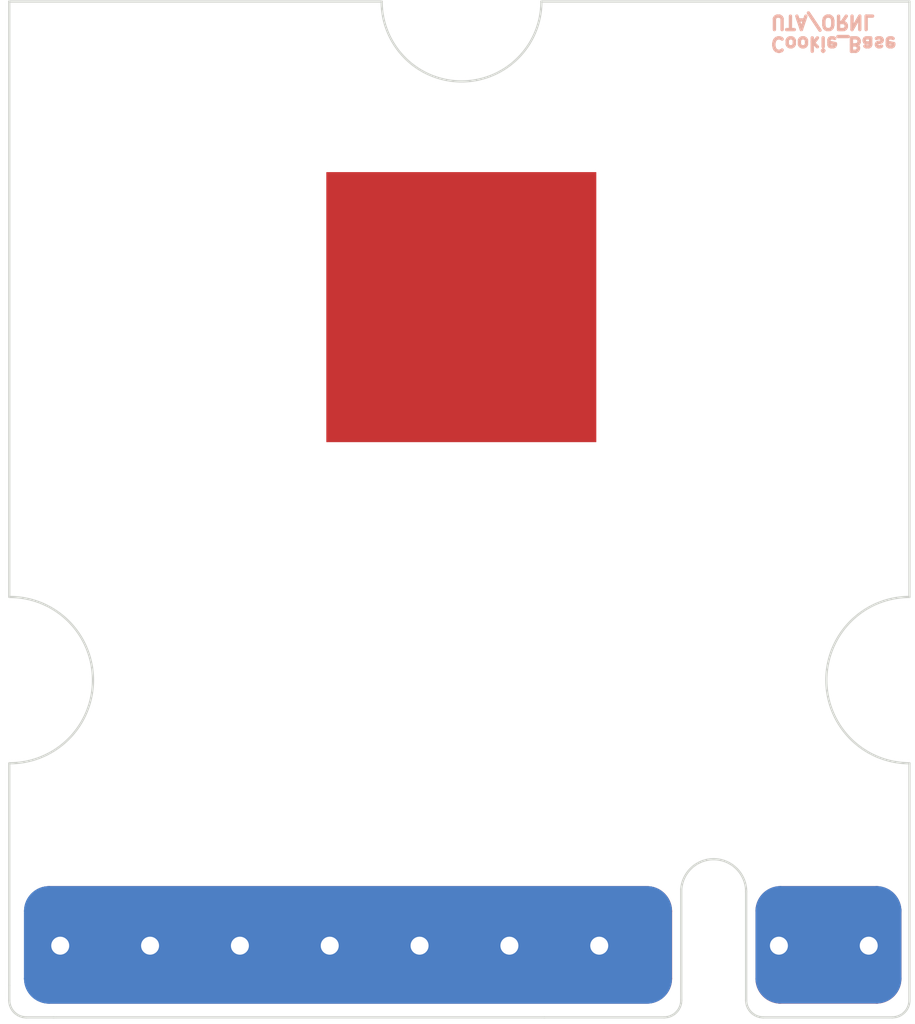
<source format=kicad_pcb>
(kicad_pcb (version 20221018) (generator pcbnew)

  (general
    (thickness 1.6)
  )

  (paper "A4")
  (layers
    (0 "F.Cu" signal)
    (31 "B.Cu" signal)
    (32 "B.Adhes" user "B.Adhesive")
    (33 "F.Adhes" user "F.Adhesive")
    (34 "B.Paste" user)
    (35 "F.Paste" user)
    (36 "B.SilkS" user "B.Silkscreen")
    (37 "F.SilkS" user "F.Silkscreen")
    (38 "B.Mask" user)
    (39 "F.Mask" user)
    (40 "Dwgs.User" user "User.Drawings")
    (41 "Cmts.User" user "User.Comments")
    (42 "Eco1.User" user "User.Eco1")
    (43 "Eco2.User" user "User.Eco2")
    (44 "Edge.Cuts" user)
    (45 "Margin" user)
    (46 "B.CrtYd" user "B.Courtyard")
    (47 "F.CrtYd" user "F.Courtyard")
    (48 "B.Fab" user)
    (49 "F.Fab" user)
    (50 "User.1" user)
    (51 "User.2" user)
    (52 "User.3" user)
    (53 "User.4" user)
    (54 "User.5" user)
    (55 "User.6" user)
    (56 "User.7" user)
    (57 "User.8" user)
    (58 "User.9" user)
  )

  (setup
    (pad_to_mask_clearance 0)
    (pcbplotparams
      (layerselection 0x00010fc_ffffffff)
      (plot_on_all_layers_selection 0x0000000_00000000)
      (disableapertmacros false)
      (usegerberextensions false)
      (usegerberattributes true)
      (usegerberadvancedattributes true)
      (creategerberjobfile true)
      (dashed_line_dash_ratio 12.000000)
      (dashed_line_gap_ratio 3.000000)
      (svgprecision 6)
      (plotframeref false)
      (viasonmask false)
      (mode 1)
      (useauxorigin false)
      (hpglpennumber 1)
      (hpglpenspeed 20)
      (hpglpendiameter 15.000000)
      (dxfpolygonmode true)
      (dxfimperialunits true)
      (dxfusepcbnewfont true)
      (psnegative false)
      (psa4output false)
      (plotreference true)
      (plotvalue true)
      (plotinvisibletext false)
      (sketchpadsonfab false)
      (subtractmaskfromsilk false)
      (outputformat 1)
      (mirror false)
      (drillshape 0)
      (scaleselection 1)
      (outputdirectory "")
    )
  )

  (net 0 "")

  (gr_arc (start 26.83504 32.235) (mid 27.194224 32.383804) (end 27.34304 32.743)
    (stroke (width 0.1) (type solid)) (layer "F.Cu") (tstamp 0919aed7-24d7-441f-8ff2-bf9e7baddbd2))
  (gr_poly
    (pts
      (xy 32.04204 32.3112)
      (xy 32.29604 32.4128)
      (xy 32.35954 32.5525)
      (xy 32.44844 32.7176)
      (xy 32.44844 34.2416)
      (xy 32.37224 34.3305)
      (xy 32.29604 34.5083)
      (xy 32.16904 34.6353)
      (xy 31.96584 34.7496)
      (xy 29.76874 34.7496)
      (xy 29.73064 34.6988)
      (xy 29.60364 34.648)
      (xy 29.47664 34.5718)
      (xy 29.37504 34.4194)
      (xy 29.29884 34.267)
      (xy 29.29884 32.7049)
      (xy 29.37504 32.6287)
      (xy 29.46394 32.4763)
      (xy 29.60364 32.362)
      (xy 29.80684 32.235)
      (xy 30.17514 32.235)
      (xy 30.56884 32.235)
      (xy 31.95314 32.235)
    )

    (stroke (width 0.1) (type solid)) (fill solid) (layer "F.Cu") (tstamp 16c8d9b5-970e-4b53-8a6a-ce5a44d4cec4))
  (gr_arc (start 13.01744 32.743) (mid 13.166232 32.383804) (end 13.52544 32.235)
    (stroke (width 0.1) (type solid)) (layer "F.Cu") (tstamp 233a0158-a73b-4d09-8912-e3e4ebea4f50))
  (gr_poly
    (pts
      (xy 27.34304 34.2416)
      (xy 13.27144 33.505)
      (xy 13.52544 32.9462)
      (xy 27.34304 32.743)
    )

    (stroke (width 0.1) (type solid)) (fill solid) (layer "F.Cu") (tstamp 4419345f-c5cf-4017-97ed-5ca9c4b954c5))
  (gr_arc (start 13.52544 34.7496) (mid 13.166204 34.600824) (end 13.01744 34.2416)
    (stroke (width 0.1) (type solid)) (layer "F.Cu") (tstamp 5a17090f-ff16-44db-bc27-0137f18ae54c))
  (gr_poly
    (pts
      (xy 27.31764 34.2416)
      (xy 27.26684 34.3686)
      (xy 27.11444 34.5972)
      (xy 26.83504 34.7242)
      (xy 13.52544 34.7242)
      (xy 13.34764 34.6734)
      (xy 13.16984 34.521)
      (xy 13.01744 34.2416)
      (xy 13.52544 33.5812)
      (xy 14.43984 32.6414)
      (xy 21.45024 32.5144)
    )

    (stroke (width 0.1) (type solid)) (fill solid) (layer "F.Cu") (tstamp 7423c73a-0f4c-4900-be2e-be6985078c0d))
  (gr_poly
    (pts
      (xy 27.03824 32.3366)
      (xy 27.19064 32.4636)
      (xy 27.26684 32.5906)
      (xy 27.31764 32.743)
      (xy 24.67604 32.7176)
      (xy 13.01744 32.743)
      (xy 13.14444 32.489)
      (xy 13.32224 32.3366)
      (xy 13.44924 32.2858)
      (xy 13.52544 32.2604)
      (xy 26.83504 32.2604)
    )

    (stroke (width 0.1) (type solid)) (fill solid) (layer "F.Cu") (tstamp 7a18834c-64d7-404d-85fe-d8da0dc22056))
  (gr_poly
    (pts
      (xy 14.79544 32.7938)
      (xy 15.04944 34.267)
      (xy 14.89704 34.2162)
      (xy 13.01744 34.2416)
      (xy 13.01744 32.7684)
    )

    (stroke (width 0.1) (type solid)) (fill solid) (layer "F.Cu") (tstamp 925ac6c7-e2e4-43aa-b5af-7a6df8d306c7))
  (gr_arc (start 32.44844 34.2416) (mid 32.299653 34.600824) (end 31.94044 34.7496)
    (stroke (width 0.1) (type solid)) (layer "F.Cu") (tstamp 93849d5b-cc98-42e2-9280-00582b54394b))
  (gr_arc (start 29.29884 32.743) (mid 29.447632 32.383804) (end 29.80684 32.235)
    (stroke (width 0.1) (type solid)) (layer "F.Cu") (tstamp 975dcce3-e43e-4609-8c43-fedf1a287c78))
  (gr_arc (start 29.80684 34.7496) (mid 29.447604 34.600824) (end 29.29884 34.2416)
    (stroke (width 0.1) (type solid)) (layer "F.Cu") (tstamp b5c9c4d2-3bcb-48b0-bf63-714984c9f794))
  (gr_arc (start 31.94044 32.235) (mid 32.299624 32.383804) (end 32.44844 32.743)
    (stroke (width 0.1) (type solid)) (layer "F.Cu") (tstamp bb44dc2c-0edd-4334-9c0e-8b63600f57c0))
  (gr_rect (start 19.7 16.3) (end 25.7 22.3)
    (stroke (width 0.01) (type solid)) (fill solid) (layer "F.Cu") (tstamp bb9635a0-e64c-4601-940a-f78f5b5b2110))
  (gr_arc (start 27.34304 34.2416) (mid 27.194253 34.600824) (end 26.83504 34.7496)
    (stroke (width 0.1) (type solid)) (layer "F.Cu") (tstamp f810c8f7-f27a-419c-bf5b-d7015cb40a4d))
  (gr_poly
    (pts
      (xy 26.80964 34.7496)
      (xy 13.52544 34.7496)
      (xy 13.52544 32.235)
      (xy 26.80964 32.235)
    )

    (stroke (width 0.1) (type solid)) (fill solid) (layer "F.Cu") (tstamp f98c4e46-8cfc-4f73-9deb-ee5a68f91b74))
  (gr_arc (start 32.4488 34.2396) (mid 32.300018 34.598818) (end 31.9408 34.7476)
    (stroke (width 0.1) (type solid)) (layer "B.Cu") (tstamp 1b36c9d1-3cbf-4499-9cdc-88f4173a2424))
  (gr_poly
    (pts
      (xy 32.0424 32.3092)
      (xy 32.2964 32.4108)
      (xy 32.3599 32.5505)
      (xy 32.4488 32.7156)
      (xy 32.4488 34.2396)
      (xy 32.3726 34.3285)
      (xy 32.2964 34.5063)
      (xy 32.1694 34.6333)
      (xy 31.9662 34.7476)
      (xy 29.7691 34.7476)
      (xy 29.731 34.6968)
      (xy 29.604 34.646)
      (xy 29.477 34.5698)
      (xy 29.3754 34.4174)
      (xy 29.2992 34.265)
      (xy 29.2992 32.7029)
      (xy 29.3754 32.6267)
      (xy 29.4643 32.4743)
      (xy 29.604 32.36)
      (xy 29.8072 32.233)
      (xy 30.1755 32.233)
      (xy 30.5692 32.233)
      (xy 31.9535 32.233)
    )

    (stroke (width 0.1) (type solid)) (fill solid) (layer "B.Cu") (tstamp 1b84620d-37a3-4b75-bf74-a9f5060ec612))
  (gr_arc (start 13.014724 32.743379) (mid 13.163522 32.384177) (end 13.522724 32.235379)
    (stroke (width 0.1) (type solid)) (layer "B.Cu") (tstamp 2c0f44ac-23f8-4879-89f7-5586d3d70fda))
  (gr_arc (start 26.832324 32.235379) (mid 27.191534 32.384169) (end 27.340324 32.743379)
    (stroke (width 0.1) (type solid)) (layer "B.Cu") (tstamp 349a3230-fcb6-456c-bb7f-e816580d049d))
  (gr_poly
    (pts
      (xy 27.340324 34.241979)
      (xy 13.268724 33.505379)
      (xy 13.522724 32.946579)
      (xy 27.340324 32.743379)
    )

    (stroke (width 0.1) (type solid)) (fill solid) (layer "B.Cu") (tstamp 41d53856-42cc-4457-bebb-5741e63ee131))
  (gr_poly
    (pts
      (xy 26.806924 34.749979)
      (xy 13.522724 34.749979)
      (xy 13.522724 32.235379)
      (xy 26.806924 32.235379)
    )

    (stroke (width 0.1) (type solid)) (fill solid) (layer "B.Cu") (tstamp 541adec2-5a0e-4627-90b5-3e84f9ac6da0))
  (gr_arc (start 13.522724 34.749979) (mid 13.163493 34.60121) (end 13.014724 34.241979)
    (stroke (width 0.1) (type solid)) (layer "B.Cu") (tstamp 5563d328-4915-4d67-8076-f4c41cf56f05))
  (gr_arc (start 13.522724 34.749979) (mid 13.163494 34.601209) (end 13.014724 34.241979)
    (stroke (width 0.1) (type solid)) (layer "B.Cu") (tstamp 5d08cc9f-2208-4670-8c68-b408c546c11b))
  (gr_arc (start 13.014724 32.743379) (mid 13.163522 32.384177) (end 13.522724 32.235379)
    (stroke (width 0.1) (type solid)) (layer "B.Cu") (tstamp 69a55c76-6e63-4ab0-b52f-8f960d331967))
  (gr_poly
    (pts
      (xy 27.340324 34.241979)
      (xy 13.268724 33.505379)
      (xy 13.522724 32.946579)
      (xy 27.340324 32.743379)
    )

    (stroke (width 0.1) (type solid)) (fill solid) (layer "B.Cu") (tstamp 91b4d55d-7f9a-49d8-8e5d-8fc2edee4616))
  (gr_arc (start 26.832324 32.235379) (mid 27.191525 32.384178) (end 27.340324 32.743379)
    (stroke (width 0.1) (type solid)) (layer "B.Cu") (tstamp 9774bf9e-4a6e-45d0-984d-9ec3dc2c39f1))
  (gr_poly
    (pts
      (xy 14.792724 32.794179)
      (xy 15.046724 34.267379)
      (xy 14.894324 34.216579)
      (xy 13.014724 34.241979)
      (xy 13.014724 32.768779)
    )

    (stroke (width 0.1) (type solid)) (fill solid) (layer "B.Cu") (tstamp 9a16c278-9ae1-4836-a10b-8dfc81718bff))
  (gr_arc (start 29.2992 32.741) (mid 29.447998 32.381798) (end 29.8072 32.233)
    (stroke (width 0.1) (type solid)) (layer "B.Cu") (tstamp 9c81c703-656e-4e73-8e12-ff4f8c5dfcdc))
  (gr_poly
    (pts
      (xy 27.314924 34.241979)
      (xy 27.264124 34.368979)
      (xy 27.111724 34.597579)
      (xy 26.832324 34.724579)
      (xy 13.522724 34.724579)
      (xy 13.344924 34.673779)
      (xy 13.167124 34.521379)
      (xy 13.014724 34.241979)
      (xy 13.522724 33.581579)
      (xy 14.437124 32.641779)
      (xy 21.447524 32.514779)
    )

    (stroke (width 0.1) (type solid)) (fill solid) (layer "B.Cu") (tstamp ae9bb43a-9c9f-422f-bde4-b1bd54ec44fc))
  (gr_poly
    (pts
      (xy 27.314924 34.241979)
      (xy 27.264124 34.368979)
      (xy 27.111724 34.597579)
      (xy 26.832324 34.724579)
      (xy 13.522724 34.724579)
      (xy 13.344924 34.673779)
      (xy 13.167124 34.521379)
      (xy 13.014724 34.241979)
      (xy 13.522724 33.581579)
      (xy 14.437124 32.641779)
      (xy 21.447524 32.514779)
    )

    (stroke (width 0.1) (type solid)) (fill solid) (layer "B.Cu") (tstamp b7bd7bcc-ff43-49a2-a5d4-fc6032d13576))
  (gr_poly
    (pts
      (xy 27.035524 32.336979)
      (xy 27.187924 32.463979)
      (xy 27.264124 32.590979)
      (xy 27.314924 32.743379)
      (xy 24.673324 32.717979)
      (xy 13.014724 32.743379)
      (xy 13.141724 32.489379)
      (xy 13.319524 32.336979)
      (xy 13.446524 32.286179)
      (xy 13.522724 32.260779)
      (xy 26.832324 32.260779)
    )

    (stroke (width 0.1) (type solid)) (fill solid) (layer "B.Cu") (tstamp cac43ddd-fb5c-4e69-a822-e754751f110d))
  (gr_arc (start 27.340324 34.241979) (mid 27.191552 34.601207) (end 26.832324 34.749979)
    (stroke (width 0.1) (type solid)) (layer "B.Cu") (tstamp d140d5b0-a57f-46fa-a42d-9c2ff5e0d5ab))
  (gr_arc (start 27.340324 34.241979) (mid 27.191551 34.601206) (end 26.832324 34.749979)
    (stroke (width 0.1) (type solid)) (layer "B.Cu") (tstamp db376f8a-6879-445e-91e6-0290eb4b0fbe))
  (gr_arc (start 31.9408 32.233) (mid 32.29999 32.38181) (end 32.4488 32.741)
    (stroke (width 0.1) (type solid)) (layer "B.Cu") (tstamp eb7c9088-772f-4f7e-8c41-5bbf345f7e3a))
  (gr_arc (start 29.8072 34.7476) (mid 29.44797 34.59883) (end 29.2992 34.2396)
    (stroke (width 0.1) (type solid)) (layer "B.Cu") (tstamp eef36b80-a9fc-419a-a6a0-50462ba228e6))
  (gr_poly
    (pts
      (xy 26.806924 34.749979)
      (xy 13.522724 34.749979)
      (xy 13.522724 32.235379)
      (xy 26.806924 32.235379)
    )

    (stroke (width 0.1) (type solid)) (fill solid) (layer "B.Cu") (tstamp f44d0786-bc7a-4fb2-9bbf-6736fa9522b2))
  (gr_poly
    (pts
      (xy 14.792724 32.794179)
      (xy 15.046724 34.267379)
      (xy 14.894324 34.216579)
      (xy 13.014724 34.241979)
      (xy 13.014724 32.768779)
    )

    (stroke (width 0.1) (type solid)) (fill solid) (layer "B.Cu") (tstamp f4c03c72-7ffc-440a-97e7-3a5079c5568c))
  (gr_poly
    (pts
      (xy 27.035524 32.336979)
      (xy 27.187924 32.463979)
      (xy 27.264124 32.590979)
      (xy 27.314924 32.743379)
      (xy 24.673324 32.717979)
      (xy 13.014724 32.743379)
      (xy 13.141724 32.489379)
      (xy 13.319524 32.336979)
      (xy 13.446524 32.286179)
      (xy 13.522724 32.260779)
      (xy 26.832324 32.260779)
    )

    (stroke (width 0.1) (type solid)) (fill solid) (layer "B.Cu") (tstamp f6505eb1-45a9-43cf-be38-d47ed60f1ed0))
  (gr_rect (start 12.435 32.085) (end 32.815 35.245)
    (stroke (width 0.01) (type solid)) (fill solid) (layer "B.Mask") (tstamp ac4bdf39-edd5-4f65-ba19-fabe8d5d80d1))
  (gr_rect (start 12.61 12.47) (end 32.7 35.231967)
    (stroke (width 0.01) (type solid)) (fill solid) (layer "F.Mask") (tstamp 848f29ea-eedd-41fd-a356-82ea8525cd6c))
  (gr_line (start 29.4233 35.1052) (end 32.29604 35.1052)
    (stroke (width 0.05) (type solid)) (layer "Edge.Cuts") (tstamp 06ac2812-add9-45c5-aeee-39aa022e7c52))
  (gr_arc (start 32.67704 34.7242) (mid 32.56545 34.993622) (end 32.29604 35.1052)
    (stroke (width 0.05) (type solid)) (layer "Edge.Cuts") (tstamp 18665121-f87e-4f83-a62f-f7d7da41b778))
  (gr_line (start 13.01744 35.1052) (end 13.62704 35.1052)
    (stroke (width 0.05) (type solid)) (layer "Edge.Cuts") (tstamp 2a9dac41-3741-4748-8f66-25eb4dbc9adb))
  (gr_arc (start 32.67704 29.45) (mid 30.826843 27.599803) (end 32.67704 25.749606)
    (stroke (width 0.05) (type default)) (layer "Edge.Cuts") (tstamp 3834d1bd-2be2-44f4-9969-06a65b061c36))
  (gr_arc (start 29.4233 35.1052) (mid 29.153892 34.993608) (end 29.0423 34.7242)
    (stroke (width 0.05) (type solid)) (layer "Edge.Cuts") (tstamp 3ebc003d-2b7d-4f8e-a02a-c0e973932f0a))
  (gr_line (start 29.0423 32.30866) (end 29.0423 34.7242)
    (stroke (width 0.05) (type solid)) (layer "Edge.Cuts") (tstamp 41f70c36-9a93-4049-9366-dd7090767245))
  (gr_line (start 27.21604 35.1052) (end 24.54904 35.1052)
    (stroke (width 0.05) (type solid)) (layer "Edge.Cuts") (tstamp 51a35a61-293c-4c49-89ad-8e09fcb4c6ee))
  (gr_line (start 12.63644 12.4992) (end 20.927 12.4992)
    (stroke (width 0.05) (type solid)) (layer "Edge.Cuts") (tstamp 52728951-5b60-488e-becf-9bd754d01bb8))
  (gr_arc (start 27.59704 34.7242) (mid 27.48545 34.993622) (end 27.21604 35.1052)
    (stroke (width 0.05) (type solid)) (layer "Edge.Cuts") (tstamp 57b5e5e7-36b2-4c85-b1b9-0c4769661936))
  (gr_arc (start 27.596465 32.255359) (mid 28.345069 31.585289) (end 29.0423 32.30866)
    (stroke (width 0.05) (type solid)) (layer "Edge.Cuts") (tstamp 5bb7044c-c0c6-43be-9347-62b1d2636aff))
  (gr_arc (start 13.01744 35.1052) (mid 12.748006 34.993622) (end 12.63644 34.7242)
    (stroke (width 0.05) (type solid)) (layer "Edge.Cuts") (tstamp 61ac5176-c2a6-4fdf-a185-390a429759d2))
  (gr_line (start 27.596465 32.255359) (end 27.59704 34.7242)
    (stroke (width 0.05) (type solid)) (layer "Edge.Cuts") (tstamp 7cc98f81-c53e-41fa-9cfa-1cf253771149))
  (gr_line (start 24.483 12.4992) (end 32.67704 12.4992)
    (stroke (width 0.05) (type solid)) (layer "Edge.Cuts") (tstamp 8902e359-6911-49e6-964a-802fc18a8e6a))
  (gr_line (start 24.54904 35.1052) (end 13.62704 35.1052)
    (stroke (width 0.05) (type solid)) (layer "Edge.Cuts") (tstamp 8f6c231e-5a58-4139-af7b-c27ec60d27b7))
  (gr_arc (start 24.483 12.4992) (mid 22.705 14.2772) (end 20.927 12.4992)
    (stroke (width 0.05) (type solid)) (layer "Edge.Cuts") (tstamp 9ae2c893-89cf-41dc-aed8-f707c9128f7f))
  (gr_line (start 32.67704 34.7242) (end 32.67704 29.45)
    (stroke (width 0.05) (type solid)) (layer "Edge.Cuts") (tstamp a94f8c19-58e2-4f6e-8ec1-4a4279dc839b))
  (gr_line (start 12.63644 34.394) (end 12.63644 34.7242)
    (stroke (width 0.05) (type solid)) (layer "Edge.Cuts") (tstamp af265856-8f8f-4174-9075-20ef3dd58813))
  (gr_line (start 32.67704 25.75) (end 32.67704 12.4992)
    (stroke (width 0.05) (type solid)) (layer "Edge.Cuts") (tstamp b58162ea-f8e5-49a0-baa8-eacbc2a28439))
  (gr_arc (start 12.65 25.749951) (mid 14.500049 27.6) (end 12.65 29.450049)
    (stroke (width 0.05) (type default)) (layer "Edge.Cuts") (tstamp cae73bb4-55ed-43cb-9891-1272efd00027))
  (gr_line (start 12.63644 34.394) (end 12.63644 29.45)
    (stroke (width 0.05) (type solid)) (layer "Edge.Cuts") (tstamp eb23172e-e03e-48f3-b17c-57d0e9f08434))
  (gr_line (start 12.63644 25.75) (end 12.63644 12.4992)
    (stroke (width 0.05) (type solid)) (layer "Edge.Cuts") (tstamp f3201834-9cde-45e0-822c-489dbba76e5a))
  (gr_line (start 26.7 22.3) (end 26.7 16.3)
    (stroke (width 0.01) (type dash)) (layer "User.8") (tstamp 070bfd9b-7ba7-440e-a8dc-b51ed68f26c6))
  (gr_rect (start 17.7 23.3) (end 18.7 24.3)
    (stroke (width 0.01) (type solid)) (fill none) (layer "User.8") (tstamp 07f04c4b-b5fb-46f1-917e-07b725ae210e))
  (gr_line (start 18.7 16.3) (end 18.7 22.3)
    (stroke (width 0.01) (type dash)) (layer "User.8") (tstamp 1d9a79d5-8398-4f5b-b41b-3abb47b750ba))
  (gr_rect (start 26.7 23.3) (end 27.7 24.3)
    (stroke (width 0.01) (type solid)) (fill none) (layer "User.8") (tstamp 204e7c72-311a-44b0-a619-3e5692a75049))
  (gr_rect (start 19.7 16.3) (end 25.7 22.3)
    (stroke (width 0.01) (type default)) (fill none) (layer "User.8") (tstamp 2cd4be88-8544-4c5e-94ea-dddff9535c07))
  (gr_rect (start 18.2 14.8) (end 19.2 15.8)
    (stroke (width 0.01) (type default)) (fill none) (layer "User.8") (tstamp 2ec6bc0f-a98a-4b80-ad91-16a47cde6567))
  (gr_line (start 12.65 27.595) (end 32.65 27.595)
    (stroke (width 0.01) (type default)) (layer "User.8") (tstamp 308879d1-7357-4271-820e-2183ff7abcb4))
  (gr_line (start 25.65 16.35) (end 27.2 14.8)
    (stroke (width 0.01) (type default)) (layer "User.8") (tstamp 3affaa24-c02a-4c7b-97c9-117befec6c76))
  (gr_line (start 19.7 23.3) (end 25.7 23.3)
    (stroke (width 0.01) (type dash)) (layer "User.8") (tstamp 3f7a4fd3-147b-431e-ac30-80b32ef6e27c))
  (gr_rect (start 17.7 14.3) (end 18.7 15.3)
    (stroke (width 0.01) (type solid)) (fill none) (layer "User.8") (tstamp 4e3014f1-5750-479b-a720-fe40606a6be9))
  (gr_line (start 19.7 16.3) (end 18.2 14.8)
    (stroke (width 0.01) (type default)) (layer "User.8") (tstamp 50bccd45-d52d-47c0-862a-47010d131184))
  (gr_line (start 22.705 14.295) (end 22.705 34.695)
    (stroke (width 0.01) (type default)) (layer "User.8") (tstamp 51c227ad-71c8-4c95-a3c8-170ecf941247))
  (gr_line (start 19.2 15.8) (end 26.2 15.8)
    (stroke (width 0.01) (type default)) (layer "User.8") (tstamp 5205b46e-8b8a-4092-a192-d0193e2bfc3f))
  (gr_line (start 18.7 22.8) (end 26.7 22.8)
    (stroke (width 0.01) (type default)) (layer "User.8") (tstamp 5da909ed-4873-47d8-8c34-7003ec271909))
  (gr_rect (start 18.7 22.3) (end 19.7 23.3)
    (stroke (width 0.01) (type default)) (fill none) (layer "User.8") (tstamp 7149880b-0a44-44b7-89fa-4150c1b78e1b))
  (gr_line (start 25.7 22.3) (end 27.2 23.8)
    (stroke (width 0.01) (type default)) (layer "User.8") (tstamp 731a5a32-736e-420f-8154-730e714aeacf))
  (gr_rect (start 18.7 15.3) (end 19.7 16.3)
    (stroke (width 0.01) (type default)) (fill none) (layer "User.8") (tstamp 7f815171-634a-4ec4-ac7f-6c6ec911c6a6))
  (gr_line (start 25.7 15.3) (end 19.7 15.3)
    (stroke (width 0.01) (type dash)) (layer "User.8") (tstamp 8a01fadd-6b2d-49d2-a082-ed7487f469c2))
  (gr_rect (start 25.7 15.3) (end 26.7 16.3)
    (stroke (width 0.01) (type default)) (fill none) (layer "User.8") (tstamp 8fff61f8-dfcd-445f-a5b6-299efcbe0d69))
  (gr_rect (start 26.2 14.8) (end 27.2 15.8)
    (stroke (width 0.01) (type default)) (fill none) (layer "User.8") (tstamp aa1d5c5a-f2e9-4ace-9432-420b617f069c))
  (gr_line (start 26.2 22.8) (end 26.2 15.8)
    (stroke (width 0.01) (type default)) (layer "User.8") (tstamp c20394df-7f7a-439f-a048-0384a4d48d0e))
  (gr_line (start 19.7 22.3) (end 18.2 23.8)
    (stroke (width 0.01) (type default)) (layer "User.8") (tstamp d5653d26-9033-4d0b-97b4-2f3a35efbb41))
  (gr_rect (start 18.2 22.8) (end 19.2 23.8)
    (stroke (width 0.01) (type default)) (fill none) (layer "User.8") (tstamp dfbbd014-aa1b-4359-94e8-021add9edec0))
  (gr_rect (start 26.2 22.8) (end 27.2 23.8)
    (stroke (width 0.01) (type default)) (fill none) (layer "User.8") (tstamp e113d26a-72a7-4cf5-8c9d-4554da0da016))
  (gr_rect (start 26.7 14.3) (end 27.7 15.3)
    (stroke (width 0.01) (type solid)) (fill none) (layer "User.8") (tstamp e2eafc93-a88b-4b51-bfce-31d5a5affc89))
  (gr_rect (start 25.7 22.3) (end 26.7 23.3)
    (stroke (width 0.01) (type default)) (fill none) (layer "User.8") (tstamp e7c19d66-f275-4628-ac40-6c509a647ee1))
  (gr_line (start 19.2 15.8) (end 19.2 22.8)
    (stroke (width 0.01) (type default)) (layer "User.8") (tstamp e9cb7db3-97f2-41fa-b931-b4d02a9678c5))
  (gr_rect (start 26.2 15.3) (end 26.7 15.8)
    (stroke (width 0.01) (type default)) (fill none) (layer "User.8") (tstamp f81287a8-125d-4857-a5f2-b245273e83ec))
  (gr_text "Cookie_Base\nUTA/ORNL\n" (at 29.55 13.2 180) (layer "B.SilkS") (tstamp 4f034d4a-1dd2-4f16-bbab-73a0f33e0b12)
    (effects (font (size 0.3 0.3) (thickness 0.075) bold) (justify left mirror))
  )

  (via (at 31.77104 33.51) (size 0.8) (drill 0.4) (layers "F.Cu" "B.Cu") (net 0) (tstamp 2df331d8-23a6-47aa-8dc5-2ff4c634d342))
  (via (at 25.77104 33.51) (size 0.8) (drill 0.4) (layers "F.Cu" "B.Cu") (net 0) (tstamp 3042e15b-4514-447f-b629-b4be89038923))
  (via (at 15.77104 33.51) (size 0.8) (drill 0.4) (layers "F.Cu" "B.Cu") (net 0) (tstamp 48a9e29f-1750-4845-8340-1382e17575f4))
  (via (at 13.77104 33.51) (size 0.8) (drill 0.4) (layers "F.Cu" "B.Cu") (net 0) (tstamp 4d7a61ae-2bf5-4b37-b2b9-0faecf41bda2))
  (via (at 23.77104 33.51) (size 0.8) (drill 0.4) (layers "F.Cu" "B.Cu") (net 0) (tstamp 5684d882-6772-4ff5-83e0-1d6c3e16b417))
  (via (at 21.77104 33.51) (size 0.8) (drill 0.4) (layers "F.Cu" "B.Cu") (net 0) (tstamp 64f2548a-cd2e-41b9-9cdd-c598dcd39f51))
  (via (at 19.77104 33.51) (size 0.8) (drill 0.4) (layers "F.Cu" "B.Cu") (net 0) (tstamp 78d6c506-372e-4263-8328-8840cce2efa7))
  (via (at 29.77104 33.51) (size 0.8) (drill 0.4) (layers "F.Cu" "B.Cu") (net 0) (tstamp 90303c9d-7065-441d-a65b-054ad3809b3b))
  (via (at 17.77104 33.51) (size 0.8) (drill 0.4) (layers "F.Cu" "B.Cu") (net 0) (tstamp f94955b6-6c4d-4602-935e-9bb7f13e6a3f))

)

</source>
